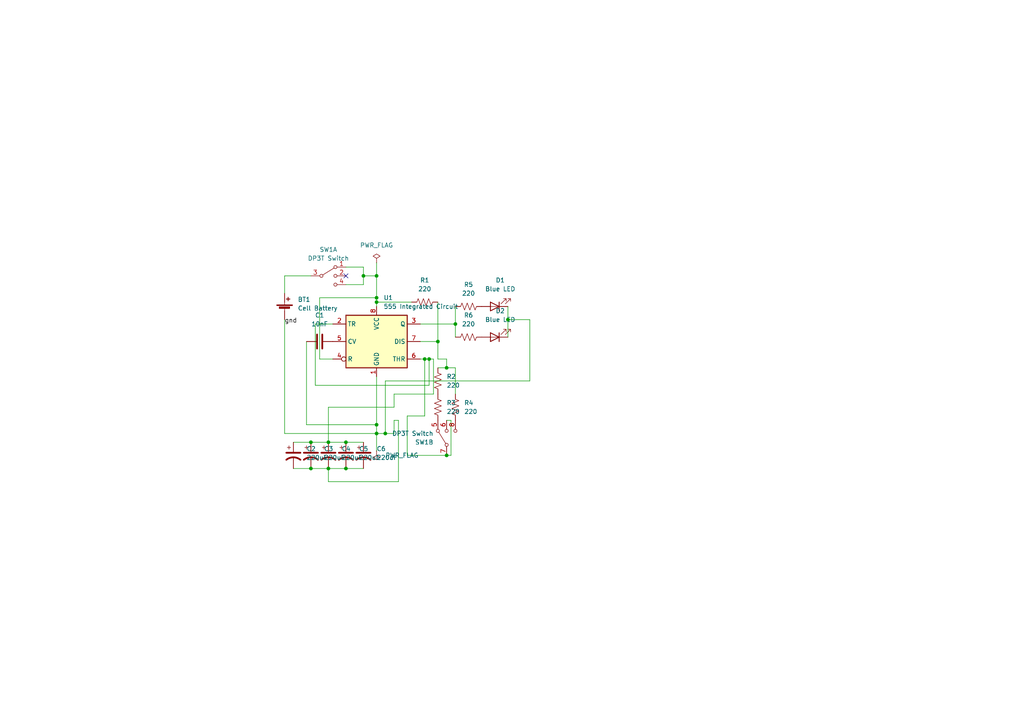
<source format=kicad_sch>
(kicad_sch (version 20230121) (generator eeschema)
  (paper "A4")
  (lib_symbols
    (symbol "Custom Library:Battery_Cell" (pin_numbers hide) (pin_names (offset 0) hide)
      (property "Reference" "BT1" (at 3.81 3.3021 0))
      (property "Value" "Battery_Cell" (at 3.81 0.7621 0))
      (symbol "Battery_Cell_0_1"
        (rectangle (start -2.286 1.778) (end 2.286 1.524) (fill (type outline)))
        (rectangle (start -1.5748 1.1938) (end 1.4732 0.6858) (fill (type outline)))
        (polyline (pts (xy 0 0.762) (xy 0 0)))
        (polyline (pts (xy 0 1.778) (xy 0 2.54)))
        (polyline (pts (xy 0.508 3.429) (xy 1.524 3.429)) (stroke (width 0.254)))
        (polyline (pts (xy 1.016 3.937) (xy 1.016 2.921)) (stroke (width 0.254)))
      )
      (symbol "Battery_Cell_1_1"
        (pin passive line (at 0 -2.54 90) (length 2.54) (name "-") (number "1"))
        (pin passive line (at 0 5.08 270) (length 2.54) (name "+") (number "2"))
      )
    )
    (symbol "Device:C" (pin_numbers hide) (pin_names (offset 0.254))
      (property "Reference" "C" (at 0.635 2.54 0))
      (property "Value" "C" (at 0.635 -2.54 0))
      (symbol "C_0_1"
        (polyline (pts (xy -2.032 -0.762) (xy 2.032 -0.762)) (stroke (width 0.508)))
        (polyline (pts (xy -2.032 0.762) (xy 2.032 0.762)) (stroke (width 0.508)))
      )
      (symbol "C_1_1"
        (pin passive line (at 0 3.81 270) (length 2.794) (name "~") (number "1"))
        (pin passive line (at 0 -3.81 90) (length 2.794) (name "~") (number "2"))
      )
    )
    (symbol "Device:C_Polarized_US" (pin_numbers hide) (pin_names (offset 0.254) hide)
      (property "Reference" "C" (at 0.635 2.54 0))
      (property "Value" "C_Polarized_US" (at 0.635 -2.54 0))
      (symbol "C_Polarized_US_0_1"
        (polyline (pts (xy -2.032 0.762) (xy 2.032 0.762)) (stroke (width 0.508)))
        (polyline (pts (xy -1.778 2.286) (xy -0.762 2.286)))
        (polyline (pts (xy -1.27 1.778) (xy -1.27 2.794)))
        (arc (start 2.032 -1.27) (mid 0 -0.5572) (end -2.032 -1.27) (stroke (width 0.508)))
      )
      (symbol "C_Polarized_US_1_1"
        (pin passive line (at 0 3.81 270) (length 2.794) (name "~") (number "1"))
        (pin passive line (at 0 -3.81 90) (length 3.302) (name "~") (number "2"))
      )
    )
    (symbol "Device:LED" (pin_numbers hide) (pin_names (offset 1.016) hide)
      (property "Reference" "D" (at 0 2.54 0))
      (property "Value" "LED" (at 0 -2.54 0))
      (symbol "LED_0_1"
        (polyline (pts (xy -1.27 -1.27) (xy -1.27 1.27)) (stroke (width 0.254)))
        (polyline (pts (xy -1.27 0) (xy 1.27 0)))
        (polyline (pts (xy 1.27 -1.27) (xy 1.27 1.27) (xy -1.27 0) (xy 1.27 -1.27)) (stroke (width 0.254)))
        (polyline (pts (xy -3.048 -0.762) (xy -4.572 -2.286) (xy -3.81 -2.286) (xy -4.572 -2.286) (xy -4.572 -1.524)))
        (polyline (pts (xy -1.778 -0.762) (xy -3.302 -2.286) (xy -2.54 -2.286) (xy -3.302 -2.286) (xy -3.302 -1.524)))
      )
      (symbol "LED_1_1"
        (pin passive line (at -3.81 0 0) (length 2.54) (name "K") (number "1"))
        (pin passive line (at 3.81 0 180) (length 2.54) (name "A") (number "2"))
      )
    )
    (symbol "Device:R_US" (pin_numbers hide) (pin_names (offset 0))
      (property "Reference" "R" (at 2.54 0 90))
      (property "Value" "R_US" (at -2.54 0 90))
      (symbol "R_US_0_1"
        (polyline (pts (xy 0 -2.286) (xy 0 -2.54)))
        (polyline (pts (xy 0 2.286) (xy 0 2.54)))
        (polyline (pts (xy 0 -0.762) (xy 1.016 -1.143) (xy 0 -1.524) (xy -1.016 -1.905) (xy 0 -2.286)))
        (polyline (pts (xy 0 0.762) (xy 1.016 0.381) (xy 0 0) (xy -1.016 -0.381) (xy 0 -0.762)))
        (polyline (pts (xy 0 2.286) (xy 1.016 1.905) (xy 0 1.524) (xy -1.016 1.143) (xy 0 0.762)))
      )
      (symbol "R_US_1_1"
        (pin passive line (at 0 3.81 270) (length 1.27) (name "~") (number "1"))
        (pin passive line (at 0 -3.81 90) (length 1.27) (name "~") (number "2"))
      )
    )
    (symbol "Switch:SW_DP3T" (pin_names (offset 0) hide)
      (property "Reference" "SW" (at 0 5.08 0))
      (property "Value" "SW_DP3T" (at 0 -5.08 0))
      (symbol "SW_DP3T_0_1"
        (circle (center -2.032 0) (radius 0.4572))
        (polyline (pts (xy -1.651 0.254) (xy 1.651 2.286)))
        (circle (center 2.032 -2.54) (radius 0.4572))
        (circle (center 2.032 0) (radius 0.4572))
        (circle (center 2.032 2.54) (radius 0.4572))
      )
      (symbol "SW_DP3T_1_1"
        (pin passive line (at 5.08 2.54 180) (length 2.54) (name "1") (number "1"))
        (pin passive line (at 5.08 0 180) (length 2.54) (name "2") (number "2"))
        (pin passive line (at -5.08 0 0) (length 2.54) (name "3") (number "3"))
        (pin passive line (at 5.08 -2.54 180) (length 2.54) (name "4") (number "4"))
      )
      (symbol "SW_DP3T_2_1"
        (pin passive line (at 5.08 2.54 180) (length 2.54) (name "5") (number "5"))
        (pin passive line (at 5.08 0 180) (length 2.54) (name "6") (number "6"))
        (pin passive line (at -5.08 0 0) (length 2.54) (name "7") (number "7"))
        (pin passive line (at 5.08 -2.54 180) (length 2.54) (name "8") (number "8"))
      )
    )
    (symbol "Timer:NA555P"
      (property "Reference" "U" (at -10.16 8.89 0))
      (property "Value" "NA555P" (at 2.54 8.89 0))
      (symbol "NA555P_0_0"
        (pin power_in line (at 0 -10.16 90) (length 2.54) (name "GND") (number "1"))
        (pin power_in line (at 0 10.16 270) (length 2.54) (name "VCC") (number "8"))
      )
      (symbol "NA555P_0_1"
        (rectangle (start -8.89 -7.62) (end 8.89 7.62) (stroke (width 0.254)) (fill (type background)))
        (rectangle (start -8.89 -7.62) (end 8.89 7.62) (stroke (width 0.254)) (fill (type background)))
      )
      (symbol "NA555P_1_1"
        (pin input line (at -12.7 5.08 0) (length 3.81) (name "TR") (number "2"))
        (pin output line (at 12.7 5.08 180) (length 3.81) (name "Q") (number "3"))
        (pin input inverted (at -12.7 -5.08 0) (length 3.81) (name "R") (number "4"))
        (pin input line (at -12.7 0 0) (length 3.81) (name "CV") (number "5"))
        (pin input line (at 12.7 -5.08 180) (length 3.81) (name "THR") (number "6"))
        (pin input line (at 12.7 0 180) (length 3.81) (name "DIS") (number "7"))
      )
    )
    (symbol "power:PWR_FLAG" (power) (pin_numbers hide) (pin_names (offset 0) hide)
      (property "Value" "PWR_FLAG" (at 0 3.81 0))
      (symbol "PWR_FLAG_0_0"
        (pin power_out line (at 0 0 90) (length 0) (name "pwr") (number "1"))
      )
      (symbol "PWR_FLAG_0_1"
        (polyline (pts (xy 0 0) (xy 0 1.27) (xy -1.016 1.905) (xy 0 2.54) (xy 1.016 1.905) (xy 0 1.27)))
      )
    )
  )
  (junction (at 109.22 123.19))
  (junction (at 127 99.06))
  (junction (at 109.22 86.36))
  (junction (at 95.25 128.27))
  (junction (at 109.22 87.63))
  (junction (at 132.08 93.98))
  (junction (at 109.22 125.73))
  (junction (at 109.22 80.01))
  (junction (at 90.17 128.27))
  (junction (at 123.19 104.14))
  (junction (at 147.32 92.71))
  (junction (at 90.17 135.89))
  (junction (at 105.41 80.01))
  (junction (at 100.33 128.27))
  (junction (at 111.76 125.73))
  (junction (at 124.46 104.14))
  (junction (at 100.33 135.89))
  (junction (at 129.54 106.68))
  (junction (at 95.25 135.89))
  (junction (at 129.54 132.08))
  (no_connect (at 100.33 80.01))
  (wire (pts (xy 85.09 135.89) (xy 90.17 135.89)))
  (wire (pts (xy 109.22 87.63) (xy 109.22 88.9)))
  (wire (pts (xy 118.11 120.65) (xy 123.19 120.65)))
  (wire (pts (xy 147.32 92.71) (xy 147.32 97.79)))
  (wire (pts (xy 82.55 80.01) (xy 82.55 85.09)))
  (wire (pts (xy 92.71 104.14) (xy 92.71 86.36)))
  (wire (pts (xy 105.41 80.01) (xy 105.41 82.55)))
  (wire (pts (xy 132.08 106.68) (xy 132.08 114.3)))
  (wire (pts (xy 111.76 125.73) (xy 114.3 125.73)))
  (wire (pts (xy 124.46 104.14) (xy 123.19 104.14)))
  (wire (pts (xy 124.46 111.76) (xy 124.46 104.14)))
  (wire (pts (xy 130.81 132.08) (xy 129.54 132.08)))
  (wire (pts (xy 121.92 93.98) (xy 132.08 93.98)))
  (wire (pts (xy 85.09 128.27) (xy 90.17 128.27)))
  (wire (pts (xy 90.17 128.27) (xy 95.25 128.27)))
  (wire (pts (xy 130.81 121.92) (xy 130.81 132.08)))
  (wire (pts (xy 127 87.63) (xy 127 99.06)))
  (wire (pts (xy 125.73 114.3) (xy 125.73 104.14)))
  (wire (pts (xy 111.76 110.49) (xy 111.76 125.73)))
  (wire (pts (xy 109.22 125.73) (xy 109.22 130.81)))
  (wire (pts (xy 123.19 104.14) (xy 123.19 120.65)))
  (wire (pts (xy 115.57 121.92) (xy 115.57 139.7)))
  (wire (pts (xy 88.9 99.06) (xy 88.9 123.19)))
  (wire (pts (xy 114.3 114.3) (xy 114.3 118.11)))
  (wire (pts (xy 90.17 80.01) (xy 82.55 80.01)))
  (wire (pts (xy 127 106.68) (xy 129.54 106.68)))
  (wire (pts (xy 114.3 125.73) (xy 114.3 121.92)))
  (wire (pts (xy 129.54 104.14) (xy 129.54 106.68)))
  (wire (pts (xy 109.22 86.36) (xy 109.22 87.63)))
  (wire (pts (xy 105.41 82.55) (xy 100.33 82.55)))
  (wire (pts (xy 114.3 114.3) (xy 125.73 114.3)))
  (wire (pts (xy 132.08 88.9) (xy 132.08 93.98)))
  (wire (pts (xy 95.25 139.7) (xy 95.25 135.89)))
  (wire (pts (xy 125.73 104.14) (xy 124.46 104.14)))
  (wire (pts (xy 109.22 80.01) (xy 109.22 86.36)))
  (wire (pts (xy 88.9 123.19) (xy 109.22 123.19)))
  (wire (pts (xy 127 99.06) (xy 121.92 99.06)))
  (wire (pts (xy 95.25 128.27) (xy 100.33 128.27)))
  (wire (pts (xy 109.22 123.19) (xy 109.22 125.73)))
  (wire (pts (xy 100.33 77.47) (xy 105.41 77.47)))
  (wire (pts (xy 109.22 80.01) (xy 105.41 80.01)))
  (wire (pts (xy 109.22 125.73) (xy 111.76 125.73)))
  (wire (pts (xy 96.52 104.14) (xy 92.71 104.14)))
  (wire (pts (xy 147.32 88.9) (xy 147.32 92.71)))
  (wire (pts (xy 100.33 128.27) (xy 105.41 128.27)))
  (wire (pts (xy 100.33 135.89) (xy 105.41 135.89)))
  (wire (pts (xy 105.41 77.47) (xy 105.41 80.01)))
  (wire (pts (xy 90.17 135.89) (xy 95.25 135.89)))
  (wire (pts (xy 114.3 121.92) (xy 115.57 121.92)))
  (wire (pts (xy 127 104.14) (xy 127 99.06)))
  (wire (pts (xy 132.08 93.98) (xy 132.08 97.79)))
  (wire (pts (xy 129.54 132.08) (xy 118.11 132.08)))
  (wire (pts (xy 118.11 132.08) (xy 118.11 120.65)))
  (wire (pts (xy 129.54 104.14) (xy 127 104.14)))
  (wire (pts (xy 91.44 93.98) (xy 91.44 111.76)))
  (wire (pts (xy 91.44 111.76) (xy 124.46 111.76)))
  (wire (pts (xy 109.22 76.2) (xy 109.22 80.01)))
  (wire (pts (xy 129.54 121.92) (xy 130.81 121.92)))
  (wire (pts (xy 109.22 109.22) (xy 109.22 123.19)))
  (wire (pts (xy 153.67 92.71) (xy 153.67 110.49)))
  (wire (pts (xy 153.67 110.49) (xy 111.76 110.49)))
  (wire (pts (xy 114.3 118.11) (xy 95.25 118.11)))
  (wire (pts (xy 123.19 104.14) (xy 121.92 104.14)))
  (wire (pts (xy 109.22 87.63) (xy 119.38 87.63)))
  (wire (pts (xy 147.32 92.71) (xy 153.67 92.71)))
  (wire (pts (xy 95.25 135.89) (xy 100.33 135.89)))
  (wire (pts (xy 129.54 106.68) (xy 132.08 106.68)))
  (wire (pts (xy 82.55 92.71) (xy 82.55 125.73)))
  (wire (pts (xy 92.71 86.36) (xy 109.22 86.36)))
  (wire (pts (xy 95.25 118.11) (xy 95.25 128.27)))
  (wire (pts (xy 96.52 93.98) (xy 91.44 93.98)))
  (wire (pts (xy 82.55 125.73) (xy 109.22 125.73)))
  (wire (pts (xy 115.57 139.7) (xy 95.25 139.7)))
  (label "gnd" (at 82.55 93.98 0))
  (symbol (lib_id "Device:C_Polarized_US") (at 100.33 132.08 0) (unit 1)
    (property "Reference" "C5" (at 104.14 130.1749 0) (effects (justify left)))
    (property "Value" "220uF" (at 104.14 132.7149 0) (effects (justify left)))
    (property "Footprint" "Capacitor_SMD:CP_Elec_6.3x5.4" (effects hide))
    (property "Datasheet" "https://www.lcsc.com/product-detail/Aluminum-Electrolytic-Capacitors-SMD_ROQANG-RVT1A221M0605_C72494.html" (effects hide))
    (property "LCSC" "C72494" (effects hide))
  )
  (symbol (lib_id "Device:C_Polarized_US") (at 105.41 132.08 0) (unit 1)
    (property "Reference" "C6" (at 109.22 130.1749 0) (effects (justify left)))
    (property "Value" "220uF" (at 109.22 132.7149 0) (effects (justify left)))
    (property "Footprint" "Capacitor_SMD:CP_Elec_6.3x5.4" (effects hide))
    (property "Datasheet" "https://www.lcsc.com/product-detail/Aluminum-Electrolytic-Capacitors-SMD_ROQANG-RVT1A221M0605_C72494.html" (effects hide))
    (property "LCSC" "C72494" (effects hide))
  )
  (symbol (lib_id "Device:C") (at 92.71 99.06 90) (unit 1)
    (property "Reference" "C1" (at 92.71 91.44 90))
    (property "Value" "10nF" (at 92.71 93.98 90))
    (property "Footprint" "Capacitor_SMD:C_0402_1005Metric" (effects hide))
    (property "Datasheet" "https://www.lcsc.com/product-detail/Multilayer-Ceramic-Capacitors-MLCC-SMD-SMT_YAGEO-CC0402KRX7R9BB103_C60133.html" (effects hide))
    (property "LCSC" "C60133" (effects hide))
  )
  (symbol (lib_id "Switch:SW_DP3T") (at 95.25 80.01 0) (unit 1)
    (property "Reference" "SW1" (at 95.25 72.39 0))
    (property "Value" "DP3T Switch" (at 95.25 74.93 0))
    (property "Footprint" "Custom Library:DP3T Slide Switch" (effects hide))
    (property "Datasheet" "https://www.lcsc.com/product-detail/Slide-Switches_C-K-JS203011JAQN_C2689537.html" (effects hide))
    (property "LCSC" "C2689537" (effects hide))
  )
  (symbol (lib_id "Device:LED") (at 143.51 88.9 180) (unit 1)
    (property "Reference" "D1" (at 145.0975 81.28 0))
    (property "Value" "Blue LED" (at 145.0975 83.82 0))
    (property "Footprint" "Custom Library:1206 LED" (effects hide))
    (property "Datasheet" "https://www.lcsc.com/product-detail/Light-Emitting-Diodes-LED_MEIHUA-MHT151UBCT_C559121.html" (effects hide))
    (property "LCSC" "C559121" (effects hide))
  )
  (symbol (lib_id "Device:R_US") (at 132.08 118.11 180) (unit 1)
    (property "Reference" "R4" (at 134.62 116.8399 0) (effects (justify right)))
    (property "Value" "220" (at 134.62 119.3799 0) (effects (justify right)))
    (property "Footprint" "Custom Library:0603 Resistor" (effects hide))
    (property "Datasheet" "https://www.lcsc.com/product-detail/Chip-Resistor-Surface-Mount_UNI-ROYAL-Uniroyal-Elec-0603WAF2200T5E_C22962.html" (effects hide))
    (property "LCSC" "C22962" (effects hide))
  )
  (symbol (lib_id "Device:C_Polarized_US") (at 90.17 132.08 0) (unit 1)
    (property "Reference" "C3" (at 93.98 130.1749 0) (effects (justify left)))
    (property "Value" "220uF" (at 93.98 132.7149 0) (effects (justify left)))
    (property "Footprint" "Capacitor_SMD:CP_Elec_6.3x5.4" (effects hide))
    (property "Datasheet" "https://www.lcsc.com/product-detail/Aluminum-Electrolytic-Capacitors-SMD_ROQANG-RVT1A221M0605_C72494.html" (effects hide))
    (property "LCSC" "C72494" (effects hide))
  )
  (symbol (lib_id "power:PWR_FLAG") (at 109.22 130.81 180) (unit 1)
    (property "Reference" "#FLG02" (effects hide))
    (property "Value" "PWR_FLAG" (at 111.76 132.0799 0) (effects (justify right)))
  )
  (symbol (lib_id "Timer:NA555P") (at 109.22 99.06 0) (unit 1)
    (property "Reference" "U1" (at 111.2394 86.36 0) (effects (justify left)))
    (property "Value" "555 Integrated Circuit" (at 111.2394 88.9 0) (effects (justify left)))
    (property "Footprint" "Custom Library:SOIC - 8 555" (effects hide))
    (property "Datasheet" "https://www.lcsc.com/product-detail/Timers-Clock-Oscillators_Texas-Instruments-LM555CMX-NOPB_C543060.html" (effects hide))
    (property "LCSC" "C543060" (effects hide))
  )
  (symbol (lib_id "Switch:SW_DP3T") (at 129.54 127 90) (unit 2)
    (property "Reference" "SW1" (at 125.73 128.2701 90) (effects (justify left)))
    (property "Value" "DP3T Switch" (at 125.73 125.7301 90) (effects (justify left)))
    (property "Footprint" "Custom Library:DP3T Slide Switch" (effects hide))
    (property "Datasheet" "https://www.lcsc.com/product-detail/Slide-Switches_C-K-JS203011JAQN_C2689537.html" (effects hide))
    (property "LCSC" "C2689537" (effects hide))
  )
  (symbol (lib_id "Device:R_US") (at 135.89 88.9 90) (unit 1)
    (property "Reference" "R5" (at 135.89 82.55 90))
    (property "Value" "220" (at 135.89 85.09 90))
    (property "Footprint" "Custom Library:0603 Resistor" (effects hide))
    (property "Datasheet" "https://www.lcsc.com/product-detail/Chip-Resistor-Surface-Mount_UNI-ROYAL-Uniroyal-Elec-0603WAF2200T5E_C22962.html" (effects hide))
    (property "LCSC" "C22962" (effects hide))
  )
  (symbol (lib_id "Device:LED") (at 143.51 97.79 180) (unit 1)
    (property "Reference" "D2" (at 145.0975 90.17 0))
    (property "Value" "Blue LED" (at 145.0975 92.71 0))
    (property "Footprint" "Custom Library:1206 LED" (effects hide))
    (property "Datasheet" "https://www.lcsc.com/product-detail/Light-Emitting-Diodes-LED_MEIHUA-MHT151UBCT_C559121.html" (effects hide))
    (property "LCSC" "C559121" (effects hide))
  )
  (symbol (lib_id "Device:C_Polarized_US") (at 95.25 132.08 0) (unit 1)
    (property "Reference" "C4" (at 99.06 130.1749 0) (effects (justify left)))
    (property "Value" "220uF" (at 99.06 132.7149 0) (effects (justify left)))
    (property "Footprint" "Capacitor_SMD:CP_Elec_6.3x5.4" (effects hide))
    (property "Datasheet" "https://www.lcsc.com/product-detail/Aluminum-Electrolytic-Capacitors-SMD_ROQANG-RVT1A221M0605_C72494.html" (effects hide))
    (property "LCSC" "C72494" (effects hide))
  )
  (symbol (lib_id "Device:R_US") (at 135.89 97.79 90) (unit 1)
    (property "Reference" "R6" (at 135.89 91.44 90))
    (property "Value" "220" (at 135.89 93.98 90))
    (property "Footprint" "Custom Library:0603 Resistor" (effects hide))
    (property "Datasheet" "https://www.lcsc.com/product-detail/Chip-Resistor-Surface-Mount_UNI-ROYAL-Uniroyal-Elec-0603WAF2200T5E_C22962.html" (effects hide))
    (property "LCSC" "C22962" (effects hide))
  )
  (symbol (lib_id "Custom Library:Battery_Cell") (at 82.55 90.17 0) (unit 1)
    (property "Reference" "BT1" (at 86.36 86.8679 0) (effects (justify left)))
    (property "Value" "Cell Battery" (at 86.36 89.4079 0) (effects (justify left)))
    (property "Footprint" "Custom Library:2032 Battery Connector" (effects hide))
    (property "Datasheet" "https://www.lcsc.com/product-detail/span-style-background-color-ff0-Battery-span-Connectors_MYOUNG-MY-2032-12_C964833.html" (effects hide))
    (property "LCSC" "C964833" (effects hide))
  )
  (symbol (lib_id "Device:R_US") (at 123.19 87.63 90) (unit 1)
    (property "Reference" "R1" (at 123.19 81.28 90))
    (property "Value" "220" (at 123.19 83.82 90))
    (property "Footprint" "Custom Library:0603 Resistor" (effects hide))
    (property "Datasheet" "https://www.lcsc.com/product-detail/Chip-Resistor-Surface-Mount_UNI-ROYAL-Uniroyal-Elec-0603WAF2200T5E_C22962.html" (effects hide))
    (property "LCSC" "C22962" (effects hide))
  )
  (symbol (lib_id "Device:C_Polarized_US") (at 85.09 132.08 0) (unit 1)
    (property "Reference" "C2" (at 88.9 130.1749 0) (effects (justify left)))
    (property "Value" "220uF" (at 88.9 132.7149 0) (effects (justify left)))
    (property "Footprint" "Capacitor_SMD:CP_Elec_6.3x5.4" (effects hide))
    (property "Datasheet" "https://www.lcsc.com/product-detail/Aluminum-Electrolytic-Capacitors-SMD_ROQANG-RVT1A221M0605_C72494.html" (effects hide))
    (property "LCSC" "C72494" (effects hide))
  )
  (symbol (lib_id "Device:R_US") (at 127 110.49 180) (unit 1)
    (property "Reference" "R2" (at 129.54 109.2199 0) (effects (justify right)))
    (property "Value" "220" (at 129.54 111.7599 0) (effects (justify right)))
    (property "Footprint" "Custom Library:0603 Resistor" (effects hide))
    (property "Datasheet" "https://www.lcsc.com/product-detail/Chip-Resistor-Surface-Mount_UNI-ROYAL-Uniroyal-Elec-0603WAF2200T5E_C22962.html" (effects hide))
    (property "LCSC" "C22962" (effects hide))
  )
  (symbol (lib_id "Device:R_US") (at 127 118.11 180) (unit 1)
    (property "Reference" "R3" (at 129.54 116.8399 0) (effects (justify right)))
    (property "Value" "220" (at 129.54 119.3799 0) (effects (justify right)))
    (property "Footprint" "Custom Library:0603 Resistor" (effects hide))
    (property "Datasheet" "https://www.lcsc.com/product-detail/Chip-Resistor-Surface-Mount_UNI-ROYAL-Uniroyal-Elec-0603WAF2200T5E_C22962.html" (effects hide))
    (property "LCSC" "C22962" (effects hide))
  )
  (symbol (lib_id "power:PWR_FLAG") (at 109.22 76.2 0) (unit 1)
    (property "Reference" "#FLG01" (effects hide))
    (property "Value" "PWR_FLAG" (at 109.22 71.12 0))
  )
)
</source>
